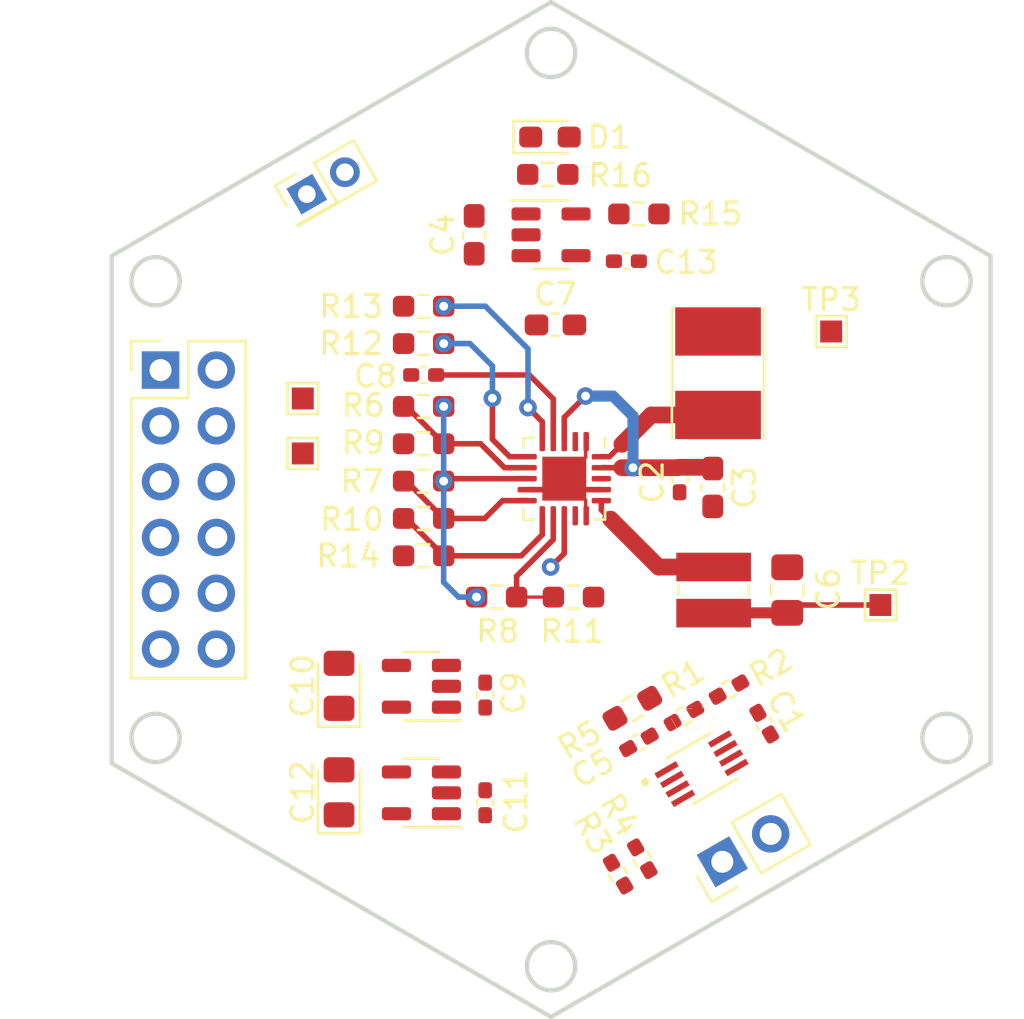
<source format=kicad_pcb>
(kicad_pcb (version 20211014) (generator pcbnew)
  (layers (0 "F.Cu" signal) (31 "B.Cu" signal) (34 "B.Paste" user) (35 "F.Paste" user) (36 "B.SilkS" user "B.Silkscreen") (37 "F.SilkS" user "F.Silkscreen") (38 "B.Mask" user) (39 "F.Mask" user) (44 "Edge.Cuts" user))
  (net 0 "")
  (net 1 "Net-(C1-Pad1)")
  (net 2 "Net-(C1-Pad2)")
  (net 3 "Net-(C2-Pad1)")
  (net 4 "GND")
  (net 5 "/VBAT")
  (net 6 "Net-(C5-Pad1)")
  (net 7 "Net-(C6-Pad1)")
  (net 8 "/SC")
  (net 9 "Net-(C8-Pad1)")
  (net 10 "+3V3")
  (net 11 "+1V8")
  (net 12 "+5V")
  (net 13 "Net-(D1-Pad1)")
  (net 14 "/PWR_EN")
  (net 15 "Net-(IC1-Pad6)")
  (net 17 "/~{EN}")
  (net 18 "/VBAT_OK")
  (net 19 "Net-(R6-Pad1)")
  (net 20 "Net-(R6-Pad2)")
  (net 21 "Net-(R10-Pad2)")
  (net 22 "Net-(R11-Pad2)")
  (net 23 "Net-(R10-Pad1)")
  (net 24 "/VOUT_EN")
  (net 25 "Net-(R15-Pad2)")
  (net 26 "Net-(R16-Pad1)")
  (net 28 "Net-(L1-Pad1)")
  (net 29 "Net-(L2-Pad2)")
  (footprint "Capacitor_SMD:C_0402_1005Metric_Pad0.74x0.62mm_HandSolder" (layer "F.Cu") (at 151 106 30)
    (fp_text reference "C5" (at -2.418653 -0.01077 30) (layer "F.SilkS"))
    (fp_text value "1uF")
    (fp_line (start -0.115835 -0.36) (end 0.115835 -0.36) (layer "F.SilkS") (width 0.12))
    (fp_line (start -0.115835 0.36) (end 0.115835 0.36) (layer "F.SilkS") (width 0.12))
    (pad "1" smd roundrect (at -0.5675 0 30) (size 0.735 0.62) (layers "F.Cu" "F.Paste" "F.Mask") (net 6 "Net-(C5-Pad1)"))
    (pad "2" smd roundrect (at 0.5675 0 30) (size 0.735 0.62) (layers "F.Cu" "F.Paste" "F.Mask") (net 4 "GND"))
  )
  (footprint "Resistor_SMD:R_0402_1005Metric_Pad0.72x0.64mm_HandSolder" (layer "F.Cu") (at 150.05 112 120)
    (fp_text reference "R3" (at 2.2 -0.05 120) (layer "F.SilkS"))
    (fp_text value "NC")
    (fp_line (start -0.167621 -0.38) (end 0.167621 -0.38) (layer "F.SilkS") (width 0.12))
    (fp_line (start -0.167621 0.38) (end 0.167621 0.38) (layer "F.SilkS") (width 0.12))
    (pad "1" smd roundrect (at -0.5975 0 120) (size 0.715 0.64) (layers "F.Cu" "F.Paste" "F.Mask") (net 4 "GND"))
    (pad "2" smd roundrect (at 0.5975 0 120) (size 0.715 0.64) (layers "F.Cu" "F.Paste" "F.Mask") (net 14 "/PWR_EN"))
  )
  (footprint "Resistor_SMD:R_0603_1608Metric_Pad0.98x0.95mm_HandSolder" (layer "F.Cu") (at 151 81.95 180)
    (fp_text reference "R15" (at -3.25 0) (layer "F.SilkS"))
    (fp_text value "1k")
    (fp_line (start -0.254724 -0.5225) (end 0.254724 -0.5225) (layer "F.SilkS") (width 0.12))
    (fp_line (start -0.254724 0.5225) (end 0.254724 0.5225) (layer "F.SilkS") (width 0.12))
    (pad "1" smd roundrect (at -0.9125 0 180) (size 0.975 0.95) (layers "F.Cu" "F.Paste" "F.Mask") (net 4 "GND"))
    (pad "2" smd roundrect (at 0.9125 0 180) (size 0.975 0.95) (layers "F.Cu" "F.Paste" "F.Mask") (net 25 "Net-(R15-Pad2)"))
  )
  (footprint "Capacitor_SMD:C_0603_1608Metric_Pad1.08x0.95mm_HandSolder" (layer "F.Cu") (at 143.5 82.9 90)
    (fp_text reference "C4" (at 0 -1.43 90) (layer "F.SilkS"))
    (fp_text value "4.7uF")
    (fp_line (start -0.146267 -0.51) (end 0.146267 -0.51) (layer "F.SilkS") (width 0.12))
    (fp_line (start -0.146267 0.51) (end 0.146267 0.51) (layer "F.SilkS") (width 0.12))
    (pad "1" smd roundrect (at -0.8625 0 90) (size 1.075 0.95) (layers "F.Cu" "F.Paste" "F.Mask") (net 5 "/VBAT"))
    (pad "2" smd roundrect (at 0.8625 0 90) (size 1.075 0.95) (layers "F.Cu" "F.Paste" "F.Mask") (net 4 "GND"))
  )
  (footprint "Package_TO_SOT_SMD:SOT-23-5" (layer "F.Cu") (at 141.1 103.45 180)
    (fp_text reference "U1" hide)
    (fp_text value "AP2112K-3.3")
    (fp_line (start 0 1.56) (end -0.8 1.56) (layer "F.SilkS") (width 0.12))
    (fp_line (start 0 -1.56) (end 0.8 -1.56) (layer "F.SilkS") (width 0.12))
    (fp_line (start 0 -1.56) (end -1.8 -1.56) (layer "F.SilkS") (width 0.12))
    (fp_line (start 0 1.56) (end 0.8 1.56) (layer "F.SilkS") (width 0.12))
    (pad "1" smd roundrect (at -1.1375 -0.95 180) (size 1.325 0.6) (layers "F.Cu" "F.Paste" "F.Mask") (net 5 "/VBAT"))
    (pad "2" smd roundrect (at -1.1375 0 180) (size 1.325 0.6) (layers "F.Cu" "F.Paste" "F.Mask") (net 4 "GND"))
    (pad "3" smd roundrect (at -1.1375 0.95 180) (size 1.325 0.6) (layers "F.Cu" "F.Paste" "F.Mask") (net 14 "/PWR_EN"))
    (pad "4" smd roundrect (at 1.1375 0.95 180) (size 1.325 0.6) (layers "F.Cu" "F.Paste" "F.Mask"))
    (pad "5" smd roundrect (at 1.1375 -0.95 180) (size 1.325 0.6) (layers "F.Cu" "F.Paste" "F.Mask") (net 10 "+3V3"))
  )
  (footprint "Capacitor_SMD:C_0402_1005Metric_Pad0.74x0.62mm_HandSolder" (layer "F.Cu") (at 150.43 84.1)
    (fp_text reference "C13" (at 2.72 0.05) (layer "F.SilkS"))
    (fp_text value "0.1uF")
    (fp_line (start -0.115835 0.36) (end 0.115835 0.36) (layer "F.SilkS") (width 0.12))
    (fp_line (start -0.115835 -0.36) (end 0.115835 -0.36) (layer "F.SilkS") (width 0.12))
    (pad "1" smd roundrect (at -0.5675 0) (size 0.735 0.62) (layers "F.Cu" "F.Paste" "F.Mask") (net 12 "+5V"))
    (pad "2" smd roundrect (at 0.5675 0) (size 0.735 0.62) (layers "F.Cu" "F.Paste" "F.Mask") (net 4 "GND"))
  )
  (footprint "TestPoint:TestPoint_Pad_1.0x1.0mm" (layer "F.Cu") (at 135.7 90.35)
    (fp_text reference "TP1" hide)
    (fp_text value "TestPoint_Alt")
    (fp_line (start -0.7 0.7) (end -0.7 -0.7) (layer "F.SilkS") (width 0.12))
    (fp_line (start -0.7 -0.7) (end 0.7 -0.7) (layer "F.SilkS") (width 0.12))
    (fp_line (start 0.7 -0.7) (end 0.7 0.7) (layer "F.SilkS") (width 0.12))
    (fp_line (start 0.7 0.7) (end -0.7 0.7) (layer "F.SilkS") (width 0.12))
    (pad "1" smd rect (at 0 0) (size 1 1) (layers "F.Cu" "F.Mask") (net 5 "/VBAT"))
  )
  (footprint "Resistor_SMD:R_0603_1608Metric_Pad0.98x0.95mm_HandSolder" (layer "F.Cu") (at 141.2 86.15)
    (fp_text reference "R13" (at -3.3 0) (layer "F.SilkS"))
    (fp_text value "10k")
    (fp_line (start -0.254724 0.5225) (end 0.254724 0.5225) (layer "F.SilkS") (width 0.12))
    (fp_line (start -0.254724 -0.5225) (end 0.254724 -0.5225) (layer "F.SilkS") (width 0.12))
    (pad "1" smd roundrect (at -0.9125 0) (size 0.975 0.95) (layers "F.Cu" "F.Paste" "F.Mask") (net 4 "GND"))
    (pad "2" smd roundrect (at 0.9125 0) (size 0.975 0.95) (layers "F.Cu" "F.Paste" "F.Mask") (net 17 "/~{EN}"))
  )
  (footprint "Resistor_SMD:R_0603_1608Metric_Pad0.98x0.95mm_HandSolder" (layer "F.Cu") (at 146.85 80.15)
    (fp_text reference "R16" (at 3.3 0.05) (layer "F.SilkS"))
    (fp_text value "100")
    (fp_line (start -0.254724 -0.5225) (end 0.254724 -0.5225) (layer "F.SilkS") (width 0.12))
    (fp_line (start -0.254724 0.5225) (end 0.254724 0.5225) (layer "F.SilkS") (width 0.12))
    (pad "1" smd roundrect (at -0.9125 0) (size 0.975 0.95) (layers "F.Cu" "F.Paste" "F.Mask") (net 26 "Net-(R16-Pad1)"))
    (pad "2" smd roundrect (at 0.9125 0) (size 0.975 0.95) (layers "F.Cu" "F.Paste" "F.Mask") (net 13 "Net-(D1-Pad1)"))
  )
  (footprint "Capacitor_SMD:C_0402_1005Metric_Pad0.74x0.62mm_HandSolder" (layer "F.Cu") (at 156.7 105.15 -60)
    (fp_text reference "C1" (at 0 -1.16 120) (layer "F.SilkS"))
    (fp_text value "1uF")
    (fp_line (start -0.115835 0.36) (end 0.115835 0.36) (layer "F.SilkS") (width 0.12))
    (fp_line (start -0.115835 -0.36) (end 0.115835 -0.36) (layer "F.SilkS") (width 0.12))
    (pad "1" smd roundrect (at -0.5675 0 300) (size 0.735 0.62) (layers "F.Cu" "F.Paste" "F.Mask") (net 1 "Net-(C1-Pad1)"))
    (pad "2" smd roundrect (at 0.5675 0 300) (size 0.735 0.62) (layers "F.Cu" "F.Paste" "F.Mask") (net 2 "Net-(C1-Pad2)"))
  )
  (footprint "Resistor_SMD:R_0603_1608Metric_Pad0.98x0.95mm_HandSolder" (layer "F.Cu") (at 141.2 87.85)
    (fp_text reference "R12" (at -3.3 0) (layer "F.SilkS"))
    (fp_text value "10k")
    (fp_line (start -0.254724 -0.5225) (end 0.254724 -0.5225) (layer "F.SilkS") (width 0.12))
    (fp_line (start -0.254724 0.5225) (end 0.254724 0.5225) (layer "F.SilkS") (width 0.12))
    (pad "1" smd roundrect (at -0.9125 0) (size 0.975 0.95) (layers "F.Cu" "F.Paste" "F.Mask") (net 4 "GND"))
    (pad "2" smd roundrect (at 0.9125 0) (size 0.975 0.95) (layers "F.Cu" "F.Paste" "F.Mask") (net 24 "/VOUT_EN"))
  )
  (footprint "Inductor_SMD:L_Taiyo-Yuden_NR-40xx_HandSoldering" (layer "F.Cu") (at 154.6 89.2 -90)
    (fp_text reference "L2" hide)
    (fp_text value "22uH")
    (fp_line (start -3 -2.1) (end 3 -2.1) (layer "F.SilkS") (width 0.12))
    (fp_line (start -3 2.1) (end 3 2.1) (layer "F.SilkS") (width 0.12))
    (pad "1" smd rect (at -1.9 0 270) (size 2.2 3.9) (layers "F.Cu" "F.Paste" "F.Mask") (net 8 "/SC"))
    (pad "2" smd rect (at 1.9 0 270) (size 2.2 3.9) (layers "F.Cu" "F.Paste" "F.Mask") (net 29 "Net-(L2-Pad2)"))
  )
  (footprint "Resistor_SMD:R_0603_1608Metric_Pad0.98x0.95mm_HandSolder" (layer "F.Cu") (at 148.02 99.39 180)
    (fp_text reference "R11" (at 0.05 -1.55) (layer "F.SilkS"))
    (fp_text value "1k")
    (fp_line (start -0.254724 0.5225) (end 0.254724 0.5225) (layer "F.SilkS") (width 0.12))
    (fp_line (start -0.254724 -0.5225) (end 0.254724 -0.5225) (layer "F.SilkS") (width 0.12))
    (pad "1" smd roundrect (at -0.9125 0 180) (size 0.975 0.95) (layers "F.Cu" "F.Paste" "F.Mask") (net 4 "GND"))
    (pad "2" smd roundrect (at 0.9125 0 180) (size 0.975 0.95) (layers "F.Cu" "F.Paste" "F.Mask") (net 22 "Net-(R11-Pad2)"))
  )
  (footprint "Resistor_SMD:R_0603_1608Metric_Pad0.98x0.95mm_HandSolder" (layer "F.Cu") (at 150.7 104.45 30)
    (fp_text reference "R5" (at -2.803461 0.055737 30) (layer "F.SilkS"))
    (fp_text value "1M")
    (fp_line (start -0.254724 -0.5225) (end 0.254724 -0.5225) (layer "F.SilkS") (width 0.12))
    (fp_line (start -0.254724 0.5225) (end 0.254724 0.5225) (layer "F.SilkS") (width 0.12))
    (pad "1" smd roundrect (at -0.9125 0 30) (size 0.975 0.95) (layers "F.Cu" "F.Paste" "F.Mask") (net 6 "Net-(C5-Pad1)"))
    (pad "2" smd roundrect (at 0.9125 0 30) (size 0.975 0.95) (layers "F.Cu" "F.Paste" "F.Mask") (net 1 "Net-(C1-Pad1)"))
  )
  (footprint "Capacitor_SMD:C_0402_1005Metric_Pad0.74x0.62mm_HandSolder" (layer "F.Cu") (at 144 108.75 90)
    (fp_text reference "C11" (at 0.05 1.4 90) (layer "F.SilkS"))
    (fp_text value "0.1uF")
    (fp_line (start -0.115835 -0.36) (end 0.115835 -0.36) (layer "F.SilkS") (width 0.12))
    (fp_line (start -0.115835 0.36) (end 0.115835 0.36) (layer "F.SilkS") (width 0.12))
    (pad "1" smd roundrect (at -0.5675 0 90) (size 0.735 0.62) (layers "F.Cu" "F.Paste" "F.Mask") (net 5 "/VBAT"))
    (pad "2" smd roundrect (at 0.5675 0 90) (size 0.735 0.62) (layers "F.Cu" "F.Paste" "F.Mask") (net 4 "GND"))
  )
  (footprint "Package_DFN_QFN:QFN-20-1EP_3.5x3.5mm_P0.5mm_EP2x2mm" (layer "F.Cu") (at 147.6 94 -90)
    (fp_text reference "U2" hide)
    (fp_text value "BQ25570")
    (fp_line (start 1.86 -1.86) (end 1.86 -1.385) (layer "F.SilkS") (width 0.12))
    (fp_line (start -1.86 1.86) (end -1.86 1.385) (layer "F.SilkS") (width 0.12))
    (fp_line (start 1.385 1.86) (end 1.86 1.86) (layer "F.SilkS") (width 0.12))
    (fp_line (start -1.385 -1.86) (end -1.86 -1.86) (layer "F.SilkS") (width 0.12))
    (fp_line (start 1.385 -1.86) (end 1.86 -1.86) (layer "F.SilkS") (width 0.12))
    (fp_line (start 1.86 1.86) (end 1.86 1.385) (layer "F.SilkS") (width 0.12))
    (fp_line (start -1.385 1.86) (end -1.86 1.86) (layer "F.SilkS") (width 0.12))
    (pad "1" smd roundrect (at -1.6875 -1 270) (size 0.875 0.25) (layers "F.Cu" "F.Paste" "F.Mask") (net 4 "GND"))
    (pad "2" smd roundrect (at -1.6875 -0.5 270) (size 0.875 0.25) (layers "F.Cu" "F.Paste" "F.Mask") (net 8 "/SC"))
    (pad "3" smd roundrect (at -1.6875 0 270) (size 0.875 0.25) (layers "F.Cu" "F.Paste" "F.Mask") (net 3 "Net-(C2-Pad1)"))
    (pad "4" smd roundrect (at -1.6875 0.5 270) (size 0.875 0.25) (layers "F.Cu" "F.Paste" "F.Mask") (net 9 "Net-(C8-Pad1)"))
    (pad "5" smd roundrect (at -1.6875 1 270) (size 0.875 0.25) (layers "F.Cu" "F.Paste" "F.Mask") (net 17 "/~{EN}"))
    (pad "6" smd roundrect (at -1 1.6875 270) (size 0.25 0.875) (layers "F.Cu" "F.Paste" "F.Mask") (net 24 "/VOUT_EN"))
    (pad "7" smd roundrect (at -0.5 1.6875 270) (size 0.25 0.875) (layers "F.Cu" "F.Paste" "F.Mask") (net 19 "Net-(R6-Pad1)"))
    (pad "8" smd roundrect (at 0 1.6875 270) (size 0.25 0.875) (layers "F.Cu" "F.Paste" "F.Mask") (net 20 "Net-(R6-Pad2)"))
    (pad "9" smd roundrect (at 0.5 1.6875 270) (size 0.25 0.875) (layers "F.Cu" "F.Paste" "F.Mask") (net 4 "GND"))
    (pad "10" smd roundrect (at 1 1.6875 270) (size 0.25 0.875) (layers "F.Cu" "F.Paste" "F.Mask") (net 21 "Net-(R10-Pad2)"))
    (pad "11" smd roundrect (at 1.6875 1 270) (size 0.875 0.25) (layers "F.Cu" "F.Paste" "F.Mask") (net 23 "Net-(R10-Pad1)"))
    (pad "12" smd roundrect (at 1.6875 0.5 270) (size 0.875 0.25) (layers "F.Cu" "F.Paste" "F.Mask") (net 22 "Net-(R11-Pad2)"))
    (pad "13" smd roundrect (at 1.6875 0 270) (size 0.875 0.25) (layers "F.Cu" "F.Paste" "F.Mask") (net 18 "/VBAT_OK"))
    (pad "14" smd roundrect (at 1.6875 -0.5 270) (size 0.875 0.25) (layers "F.Cu" "F.Paste" "F.Mask") (net 7 "Net-(C6-Pad1)"))
    (pad "15" smd roundrect (at 1.6875 -1 270) (size 0.875 0.25) (layers "F.Cu" "F.Paste" "F.Mask") (net 4 "GND"))
    (pad "16" smd roundrect (at 1 -1.6875 270) (size 0.25 0.875) (layers "F.Cu" "F.Paste" "F.Mask") (net 28 "Net-(L1-Pad1)"))
    (pad "17" smd roundrect (at 0.5 -1.6875 270) (size 0.25 0.875) (layers "F.Cu" "F.Paste" "F.Mask") (net 4 "GND"))
    (pad "18" smd roundrect (at 0 -1.6875 270) (size 0.25 0.875) (layers "F.Cu" "F.Paste" "F.Mask") (net 5 "/VBAT"))
    (pad "19" smd roundrect (at -0.5 -1.6875 270) (size 0.25 0.875) (layers "F.Cu" "F.Paste" "F.Mask") (net 3 "Net-(C2-Pad1)"))
    (pad "20" smd roundrect (at -1 -1.6875 270) (size 0.25 0.875) (layers "F.Cu" "F.Paste" "F.Mask") (net 29 "Net-(L2-Pad2)"))
    (pad "21" smd rect (at 0 0 270) (size 2 2) (layers "F.Cu" "F.Mask") (net 4 "GND"))
  )
  (footprint "Capacitor_SMD:C_0603_1608Metric_Pad1.08x0.95mm_HandSolder" (layer "F.Cu") (at 154.36 94.4 -90)
    (fp_text reference "C3" (at 0 -1.43 -90) (layer "F.SilkS"))
    (fp_text value "4.7uF")
    (fp_line (start -0.146267 0.51) (end 0.146267 0.51) (layer "F.SilkS") (width 0.12))
    (fp_line (start -0.146267 -0.51) (end 0.146267 -0.51) (layer "F.SilkS") (width 0.12))
    (pad "1" smd roundrect (at -0.8625 0 270) (size 1.075 0.95) (layers "F.Cu" "F.Paste" "F.Mask") (net 3 "Net-(C2-Pad1)"))
    (pad "2" smd roundrect (at 0.8625 0 270) (size 1.075 0.95) (layers "F.Cu" "F.Paste" "F.Mask") (net 4 "GND"))
  )
  (footprint "Resistor_SMD:R_0603_1608Metric_Pad0.98x0.95mm_HandSolder" (layer "F.Cu") (at 141.2 95.81)
    (fp_text reference "R10" (at -3.27 0.04) (layer "F.SilkS"))
    (fp_text value "1k")
    (fp_line (start -0.254724 0.5225) (end 0.254724 0.5225) (layer "F.SilkS") (width 0.12))
    (fp_line (start -0.254724 -0.5225) (end 0.254724 -0.5225) (layer "F.SilkS") (width 0.12))
    (pad "1" smd roundrect (at -0.9125 0) (size 0.975 0.95) (layers "F.Cu" "F.Paste" "F.Mask") (net 23 "Net-(R10-Pad1)"))
    (pad "2" smd roundrect (at 0.9125 0) (size 0.975 0.95) (layers "F.Cu" "F.Paste" "F.Mask") (net 21 "Net-(R10-Pad2)"))
  )
  (footprint "Resistor_SMD:R_0402_1005Metric_Pad0.72x0.64mm_HandSolder" (layer "F.Cu") (at 153.05 104.8 30)
    (fp_text reference "R1" (at 0.806699 -1.497243 30) (layer "F.SilkS"))
    (fp_text value "100k")
    (fp_line (start -0.167621 0.38) (end 0.167621 0.38) (layer "F.SilkS") (width 0.12))
    (fp_line (start -0.167621 -0.38) (end 0.167621 -0.38) (layer "F.SilkS") (width 0.12))
    (pad "1" smd roundrect (at -0.5975 0 30) (size 0.715 0.64) (layers "F.Cu" "F.Paste" "F.Mask") (net 1 "Net-(C1-Pad1)"))
    (pad "2" smd roundrect (at 0.5975 0 30) (size 0.715 0.64) (layers "F.Cu" "F.Paste" "F.Mask") (net 5 "/VBAT"))
  )
  (footprint "LED_SMD:LED_0805_2012Metric_Pad1.15x1.40mm_HandSolder" (layer "F.Cu") (at 137.35 103.4275 90)
    (fp_text reference "C10" (at 0 -1.65 90) (layer "F.SilkS"))
    (fp_text value "47uF")
    (fp_line (start 1 -0.96) (end -1.86 -0.96) (layer "F.SilkS") (width 0.12))
    (fp_line (start -1.86 -0.96) (end -1.86 0.96) (layer "F.SilkS") (width 0.12))
    (fp_line (start -1.86 0.96) (end 1 0.96) (layer "F.SilkS") (width 0.12))
    (pad "1" smd roundrect (at -1.025 0 90) (size 1.15 1.4) (layers "F.Cu" "F.Paste" "F.Mask") (roundrect_rratio 0.217391) (net 10 "+3V3"))
    (pad "2" smd roundrect (at 1.025 0 90) (size 1.15 1.4) (layers "F.Cu" "F.Paste" "F.Mask") (roundrect_rratio 0.217391) (net 4 "GND"))
  )
  (footprint "Resistor_SMD:R_0603_1608Metric_Pad0.98x0.95mm_HandSolder" (layer "F.Cu") (at 141.2 97.51)
    (fp_text reference "R14" (at -3.43 0.01) (layer "F.SilkS"))
    (fp_text value "1k")
    (fp_line (start -0.254724 0.5225) (end 0.254724 0.5225) (layer "F.SilkS") (width 0.12))
    (fp_line (start -0.254724 -0.5225) (end 0.254724 -0.5225) (layer "F.SilkS") (width 0.12))
    (pad "1" smd roundrect (at -0.9125 0) (size 0.975 0.95) (layers "F.Cu" "F.Paste" "F.Mask") (net 4 "GND"))
    (pad "2" smd roundrect (at 0.9125 0) (size 0.975 0.95) (layers "F.Cu" "F.Paste" "F.Mask") (net 23 "Net-(R10-Pad1)"))
  )
  (footprint "Inductor_SMD:L_Wuerth_MAPI-3015" (layer "F.Cu") (at 154.4 99.07 -90)
    (fp_text reference "L1" hide)
    (fp_text value "4.7uH")
    (fp_line (start -0.2 1.6) (end 0.2 1.6) (layer "F.SilkS") (width 0.12))
    (fp_line (start -0.2 -1.6) (end 0.2 -1.6) (layer "F.SilkS") (width 0.12))
    (pad "1" smd rect (at -1.05 0 270) (size 1.3 3.4) (layers "F.Cu" "F.Paste" "F.Mask") (net 28 "Net-(L1-Pad1)"))
    (pad "2" smd rect (at 1.05 0 270) (size 1.3 3.4) (layers "F.Cu" "F.Paste" "F.Mask") (net 7 "Net-(C6-Pad1)"))
  )
  (footprint "Capacitor_SMD:C_0402_1005Metric_Pad0.74x0.62mm_HandSolder" (layer "F.Cu") (at 152.85 94.05 -90)
    (fp_text reference "C2" (at 0.11 1.25 -90) (layer "F.SilkS"))
    (fp_text value "0.1uF")
    (fp_line (start -0.115835 0.36) (end 0.115835 0.36) (layer "F.SilkS") (width 0.12))
    (fp_line (start -0.115835 -0.36) (end 0.115835 -0.36) (layer "F.SilkS") (width 0.12))
    (pad "1" smd roundrect (at -0.5675 0 270) (size 0.735 0.62) (layers "F.Cu" "F.Paste" "F.Mask") (net 3 "Net-(C2-Pad1)"))
    (pad "2" smd roundrect (at 0.5675 0 270) (size 0.735 0.62) (layers "F.Cu" "F.Paste" "F.Mask") (net 4 "GND"))
  )
  (footprint "Package_TO_SOT_SMD:SOT-23-5" (layer "F.Cu") (at 147 82.9)
    (fp_text reference "U4" hide)
    (fp_text value "MCP73831-2-OT")
    (fp_line (start 0 1.56) (end -0.8 1.56) (layer "F.SilkS") (width 0.12))
    (fp_line (start 0 -1.56) (end 0.8 -1.56) (layer "F.SilkS") (width 0.12))
    (fp_line (start 0 1.56) (end 0.8 1.56) (layer "F.SilkS") (width 0.12))
    (fp_line (start 0 -1.56) (end -1.8 -1.56) (layer "F.SilkS") (width 0.12))
    (pad "1" smd roundrect (at -1.1375 -0.95) (size 1.325 0.6) (layers "F.Cu" "F.Paste" "F.Mask") (net 26 "Net-(R16-Pad1)"))
    (pad "2" smd roundrect (at -1.1375 0) (size 1.325 0.6) (layers "F.Cu" "F.Paste" "F.Mask") (net 4 "GND"))
    (pad "3" smd roundrect (at -1.1375 0.95) (size 1.325 0.6) (layers "F.Cu" "F.Paste" "F.Mask") (net 5 "/VBAT"))
    (pad "4" smd roundrect (at 1.1375 0.95) (size 1.325 0.6) (layers "F.Cu" "F.Paste" "F.Mask") (net 12 "+5V"))
    (pad "5" smd roundrect (at 1.1375 -0.95) (size 1.325 0.6) (layers "F.Cu" "F.Paste" "F.Mask") (net 25 "Net-(R15-Pad2)"))
  )
  (footprint "LED_SMD:LED_0603_1608Metric_Pad1.05x0.95mm_HandSolder" (layer "F.Cu") (at 146.95 78.45)
    (fp_text reference "D1" (at 2.7 0) (layer "F.SilkS"))
    (fp_text value "RED")
    (fp_line (start -1.66 0.735) (end 0.8 0.735) (layer "F.SilkS") (width 0.12))
    (fp_line (start -1.66 -0.735) (end -1.66 0.735) (layer "F.SilkS") (width 0.12))
    (fp_line (start 0.8 -0.735) (end -1.66 -0.735) (layer "F.SilkS") (width 0.12))
    (pad "1" smd roundrect (at -0.875 0) (size 1.05 0.95) (layers "F.Cu" "F.Paste" "F.Mask") (net 13 "Net-(D1-Pad1)"))
    (pad "2" smd roundrect (at 0.875 0) (size 1.05 0.95) (layers "F.Cu" "F.Paste" "F.Mask") (net 12 "+5V"))
  )
  (footprint "Resistor_SMD:R_0603_1608Metric_Pad0.98x0.95mm_HandSolder" (layer "F.Cu") (at 141.2 92.41)
    (fp_text reference "R9" (at -2.75 -0.05) (layer "F.SilkS"))
    (fp_text value "1k")
    (fp_line (start -0.254724 -0.5225) (end 0.254724 -0.5225) (layer "F.SilkS") (width 0.12))
    (fp_line (start -0.254724 0.5225) (end 0.254724 0.5225) (layer "F.SilkS") (width 0.12))
    (pad "1" smd roundrect (at -0.9125 0) (size 0.975 0.95) (layers "F.Cu" "F.Paste" "F.Mask") (net 4 "GND"))
    (pad "2" smd roundrect (at 0.9125 0) (size 0.975 0.95) (layers "F.Cu" "F.Paste" "F.Mask") (net 19 "Net-(R6-Pad1)"))
  )
  (footprint "Capacitor_SMD:C_0402_1005Metric_Pad0.74x0.62mm_HandSolder" (layer "F.Cu") (at 144 103.85 90)
    (fp_text reference "C9" (at 0.1 1.3 90) (layer "F.SilkS"))
    (fp_text value "0.1uF")
    (fp_line (start -0.115835 -0.36) (end 0.115835 -0.36) (layer "F.SilkS") (width 0.12))
    (fp_line (start -0.115835 0.36) (end 0.115835 0.36) (layer "F.SilkS") (width 0.12))
    (pad "1" smd roundrect (at -0.5675 0 90) (size 0.735 0.62) (layers "F.Cu" "F.Paste" "F.Mask") (net 5 "/VBAT"))
    (pad "2" smd roundrect (at 0.5675 0 90) (size 0.735 0.62) (layers "F.Cu" "F.Paste" "F.Mask") (net 4 "GND"))
  )
  (footprint "TestPoint:TestPoint_Pad_1.0x1.0mm" (layer "F.Cu") (at 159.75 87.3)
    (fp_text reference "TP3" (at 0 -1.448) (layer "F.SilkS"))
    (fp_text value "TestPoint_Alt")
    (fp_line (start -0.7 -0.7) (end 0.7 -0.7) (layer "F.SilkS") (width 0.12))
    (fp_line (start -0.7 0.7) (end -0.7 -0.7) (layer "F.SilkS") (width 0.12))
    (fp_line (start 0.7 0.7) (end -0.7 0.7) (layer "F.SilkS") (width 0.12))
    (fp_line (start 0.7 -0.7) (end 0.7 0.7) (layer "F.SilkS") (width 0.12))
    (pad "1" smd rect (at 0 0) (size 1 1) (layers "F.Cu" "F.Mask") (net 8 "/SC"))
  )
  (footprint "Capacitor_SMD:C_0805_2012Metric_Pad1.18x1.45mm_HandSolder" (layer "F.Cu") (at 157.75 99.07 90)
    (fp_text reference "C6" (at 0.04 1.87 90) (layer "F.SilkS"))
    (fp_text value "22uF")
    (fp_line (start -0.261252 0.735) (end 0.261252 0.735) (layer "F.SilkS") (width 0.12))
    (fp_line (start -0.261252 -0.735) (end 0.261252 -0.735) (layer "F.SilkS") (width 0.12))
    (pad "1" smd roundrect (at -1.0375 0 90) (size 1.175 1.45) (layers "F.Cu" "F.Paste" "F.Mask") (roundrect_rratio 0.212766) (net 7 "Net-(C6-Pad1)"))
    (pad "2" smd roundrect (at 1.0375 0 90) (size 1.175 1.45) (layers "F.Cu" "F.Paste" "F.Mask") (roundrect_rratio 0.212766) (net 4 "GND"))
  )
  (footprint "LED_SMD:LED_0805_2012Metric_Pad1.15x1.40mm_HandSolder" (layer "F.Cu") (at 137.35 108.2775 90)
    (fp_text reference "C12" (at 0 -1.65 90) (layer "F.SilkS"))
    (fp_text value "47uF")
    (fp_line (start 1 -0.96) (end -1.86 -0.96) (layer "F.SilkS") (width 0.12))
    (fp_line (start -1.86 0.96) (end 1 0.96) (layer "F.SilkS") (width 0.12))
    (fp_line (start -1.86 -0.96) (end -1.86 0.96) (layer "F.SilkS") (width 0.12))
    (pad "1" smd roundrect (at -1.025 0 90) (size 1.15 1.4) (layers "F.Cu" "F.Paste" "F.Mask") (roundrect_rratio 0.217391) (net 11 "+1V8"))
    (pad "2" smd roundrect (at 1.025 0 90) (size 1.15 1.4) (layers "F.Cu" "F.Paste" "F.Mask") (roundrect_rratio 0.217391) (net 4 "GND"))
  )
  (footprint "TestPoint:TestPoint_Pad_1.0x1.0mm" (layer "F.Cu") (at 135.7 92.85)
    (fp_text reference "TP4" hide)
    (fp_text value "TestPoint_Alt")
    (fp_line (start 0.7 -0.7) (end 0.7 0.7) (layer "F.SilkS") (width 0.12))
    (fp_line (start 0.7 0.7) (end -0.7 0.7) (layer "F.SilkS") (width 0.12))
    (fp_line (start -0.7 -0.7) (end 0.7 -0.7) (layer "F.SilkS") (width 0.12))
    (fp_line (start -0.7 0.7) (end -0.7 -0.7) (layer "F.SilkS") (width 0.12))
    (pad "1" smd rect (at 0 0) (size 1 1) (layers "F.Cu" "F.Mask") (net 12 "+5V"))
  )
  (footprint "Connector_PinHeader_2.00mm:PinHeader_2x01_P2.00mm_Vertical" (layer "F.Cu") (at 135.883975 81.05 30)
    (fp_text reference "J3" hide)
    (fp_text value "Battery")
    (fp_line (start -1.06 0) (end -1.06 -1.06) (layer "F.SilkS") (width 0.12))
    (fp_line (start 1 1) (end 1 -1.06) (layer "F.SilkS") (width 0.12))
    (fp_line (start -1.06 1) (end 1 1) (layer "F.SilkS") (width 0.12))
    (fp_line (start -1.06 -1.06) (end 0 -1.06) (layer "F.SilkS") (width 0.12))
    (fp_line (start -1.06 1) (end -1.06 1.06) (layer "F.SilkS") (width 0.12))
    (fp_line (start -1.06 1.06) (end 3.06 1.06) (layer "F.SilkS") (width 0.12))
    (fp_line (start 3.06 -1.06) (end 3.06 1.06) (layer "F.SilkS") (width 0.12))
    (fp_line (start 1 -1.06) (end 3.06 -1.06) (layer "F.SilkS") (width 0.12))
    (pad "1" thru_hole rect (at 0 0 30) (size 1.35 1.35) (drill 0.8) (layers *.Cu *.Mask) (net 5 "/VBAT"))
    (pad "2" thru_hole oval (at 2 0 30) (size 1.35 1.35) (drill 0.8) (layers *.Cu *.Mask) (net 4 "GND"))
  )
  (footprint "Connector_PinHeader_2.54mm:PinHeader_1x02_P2.54mm_Vertical" (layer "F.Cu") (at 154.795818 111.4375 120)
    (fp_text reference "J1" hide)
    (fp_text value "switch")
    (fp_line (start -1.33 3.87) (end 1.33 3.87) (layer "F.SilkS") (width 0.12))
    (fp_line (start -1.33 1.27) (end -1.33 3.87) (layer "F.SilkS") (width 0.12))
    (fp_line (start -1.33 1.27) (end 1.33 1.27) (layer "F.SilkS") (width 0.12))
    (fp_line (start -1.33 0) (end -1.33 -1.33) (layer "F.SilkS") (width 0.12))
    (fp_line (start -1.33 -1.33) (end 0 -1.33) (layer "F.SilkS") (width 0.12))
    (fp_line (start 1.33 1.27) (end 1.33 3.87) (layer "F.SilkS") (width 0.12))
    (pad "1" thru_hole rect (at 0 0 120) (size 1.7 1.7) (drill 1) (layers *.Cu *.Mask) (net 1 "Net-(C1-Pad1)"))
    (pad "2" thru_hole oval (at 0 2.54 120) (size 1.7 1.7) (drill 1) (layers *.Cu *.Mask) (net 4 "GND"))
  )
  (footprint "Resistor_SMD:R_0402_1005Metric_Pad0.72x0.64mm_HandSolder" (layer "F.Cu") (at 155.1 103.6 -150)
    (fp_text reference "R2" (at -2.145448 -0.083975 30) (layer "F.SilkS"))
    (fp_text value "100k")
    (fp_line (start -0.167621 -0.38) (end 0.167621 -0.38) (layer "F.SilkS") (width 0.12))
    (fp_line (start -0.167621 0.38) (end 0.167621 0.38) (layer "F.SilkS") (width 0.12))
    (pad "1" smd roundrect (at -0.5975 0 210) (size 0.715 0.64) (layers "F.Cu" "F.Paste" "F.Mask") (net 2 "Net-(C1-Pad2)"))
    (pad "2" smd roundrect (at 0.5975 0 210) (size 0.715 0.64) (layers "F.Cu" "F.Paste" "F.Mask") (net 5 "/VBAT"))
  )
  (footprint "Resistor_SMD:R_0402_1005Metric_Pad0.72x0.64mm_HandSolder" (layer "F.Cu") (at 151.15 111.3 120)
    (fp_text reference "R4" (at 2.25 0.1 120) (layer "F.SilkS"))
    (fp_text value "NC")
    (fp_line (start -0.167621 0.38) (end 0.167621 0.38) (layer "F.SilkS") (width 0.12))
    (fp_line (start -0.167621 -0.38) (end 0.167621 -0.38) (layer "F.SilkS") (width 0.12))
    (pad "1" smd roundrect (at -0.5975 0 120) (size 0.715 0.64) (layers "F.Cu" "F.Paste" "F.Mask") (net 4 "GND"))
    (pad "2" smd roundrect (at 0.5975 0 120) (size 0.715 0.64) (layers "F.Cu" "F.Paste" "F.Mask") (net 14 "/PWR_EN"))
  )
  (footprint "Mylib:SOP50P310X90-8N" (layer "F.Cu") (at 153.85 107.2 30)
    (fp_text reference "IC1" (at 0.925 -2.135 30) (layer "F.SilkS") (effects (font (thickness 0.015))))
    (fp_text value "SN74LVC2G00DCURE4")
    (fp_line (start -1.15 1.205) (end 1.15 1.205) (layer "F.SilkS") (width 0.127))
    (fp_line (start -1.15 -1.205) (end 1.15 -1.205) (layer "F.SilkS") (width 0.127))
    (fp_circle (center -2.525 -0.75) (end -2.425 -0.75) (layer "F.SilkS") (width 0.2) (fill none))
    (pad "1" smd rect locked (at -1.405 -0.75 30) (size 1.12 0.27) (layers "F.Cu" "F.Paste" "F.Mask") (net 6 "Net-(C5-Pad1)"))
    (pad "2" smd rect locked (at -1.405 -0.25 30) (size 1.12 0.27) (layers "F.Cu" "F.Paste" "F.Mask") (net 14 "/PWR_EN"))
    (pad "3" smd rect locked (at -1.405 0.25 30) (size 1.12 0.27) (layers "F.Cu" "F.Paste" "F.Mask") (net 14 "/PWR_EN"))
    (pad "4" smd rect locked (at -1.405 0.75 30) (size 1.12 0.27) (layers "F.Cu" "F.Paste" "F.Mask") (net 4 "GND"))
    (pad "5" smd rect locked (at 1.405 0.75 30) (size 1.12 0.27) (layers "F.Cu" "F.Paste" "F.Mask") (net 2 "Net-(C1-Pad2)"))
    (pad "6" smd rect locked (at 1.405 0.25 30) (size 1.12 0.27) (layers "F.Cu" "F.Paste" "F.Mask") (net 15 "Net-(IC1-Pad6)"))
    (pad "7" smd rect locked (at 1.405 -0.25 30) (size 1.12 0.27) (layers "F.Cu" "F.Paste" "F.Mask") (net 15 "Net-(IC1-Pad6)"))
    (pad "8" smd rect locked (at 1.405 -0.75 30) (size 1.12 0.27) (layers "F.Cu" "F.Paste" "F.Mask") (net 5 "/VBAT"))
  )
  (footprint "Resistor_SMD:R_0603_1608Metric_Pad0.98x0.95mm_HandSolder" (layer "F.Cu") (at 141.2 90.71)
    (fp_text reference "R6" (at -2.75 -0.05) (layer "F.SilkS"))
    (fp_text value "1k")
    (fp_line (start -0.254724 0.5225) (end 0.254724 0.5225) (layer "F.SilkS") (width 0.12))
    (fp_line (start -0.254724 -0.5225) (end 0.254724 -0.5225) (layer "F.SilkS") (width 0.12))
    (pad "1" smd roundrect (at -0.9125 0) (size 0.975 0.95) (layers "F.Cu" "F.Paste" "F.Mask") (net 19 "Net-(R6-Pad1)"))
    (pad "2" smd roundrect (at 0.9125 0) (size 0.975 0.95) (layers "F.Cu" "F.Paste" "F.Mask") (net 20 "Net-(R6-Pad2)"))
  )
  (footprint "Capacitor_SMD:C_0402_1005Metric_Pad0.74x0.62mm_HandSolder" (layer "F.Cu") (at 141.2 89.28 180)
    (fp_text reference "C8" (at 2.2 -0.05) (layer "F.SilkS"))
    (fp_text value "0.01uF")
    (fp_line (start -0.115835 -0.36) (end 0.115835 -0.36) (layer "F.SilkS") (width 0.12))
    (fp_line (start -0.115835 0.36) (end 0.115835 0.36) (layer "F.SilkS") (width 0.12))
    (pad "1" smd roundrect (at -0.5675 0 180) (size 0.735 0.62) (layers "F.Cu" "F.Paste" "F.Mask") (net 9 "Net-(C8-Pad1)"))
    (pad "2" smd roundrect (at 0.5675 0 180) (size 0.735 0.62) (layers "F.Cu" "F.Paste" "F.Mask") (net 4 "GND"))
  )
  (footprint "Capacitor_SMD:C_0603_1608Metric_Pad1.08x0.95mm_HandSolder" (layer "F.Cu") (at 147.2 87 180)
    (fp_text reference "C7" (at 0 1.4) (layer "F.SilkS"))
    (fp_text value "10uF")
    (fp_line (start -0.146267 -0.51) (end 0.146267 -0.51) (layer "F.SilkS") (width 0.12))
    (fp_line (start -0.146267 0.51) (end 0.146267 0.51) (layer "F.SilkS") (width 0.12))
    (pad "1" smd roundrect (at -0.8625 0 180) (size 1.075 0.95) (layers "F.Cu" "F.Paste" "F.Mask") (net 8 "/SC"))
    (pad "2" smd roundrect (at 0.8625 0 180) (size 1.075 0.95) (layers "F.Cu" "F.Paste" "F.Mask") (net 4 "GND"))
  )
  (footprint "Resistor_SMD:R_0603_1608Metric_Pad0.98x0.95mm_HandSolder" (layer "F.Cu") (at 141.2 94.11)
    (fp_text reference "R7" (at -2.8 0) (layer "F.SilkS"))
    (fp_text value "1k")
    (fp_line (start -0.254724 -0.5225) (end 0.254724 -0.5225) (layer "F.SilkS") (width 0.12))
    (fp_line (start -0.254724 0.5225) (end 0.254724 0.5225) (layer "F.SilkS") (width 0.12))
    (pad "1" smd roundrect (at -0.9125 0) (size 0.975 0.95) (layers "F.Cu" "F.Paste" "F.Mask") (net 21 "Net-(R10-Pad2)"))
    (pad "2" smd roundrect (at 0.9125 0) (size 0.975 0.95) (layers "F.Cu" "F.Paste" "F.Mask") (net 20 "Net-(R6-Pad2)"))
  )
  (footprint "TestPoint:TestPoint_Pad_1.0x1.0mm" (layer "F.Cu") (at 161.99 99.75)
    (fp_text reference "TP2" (at 0 -1.448) (layer "F.SilkS"))
    (fp_text value "TestPoint_Alt")
    (fp_line (start -0.7 0.7) (end -0.7 -0.7) (layer "F.SilkS") (width 0.12))
    (fp_line (start 0.7 0.7) (end -0.7 0.7) (layer "F.SilkS") (width 0.12))
    (fp_line (start -0.7 -0.7) (end 0.7 -0.7) (layer "F.SilkS") (width 0.12))
    (fp_line (start 0.7 -0.7) (end 0.7 0.7) (layer "F.SilkS") (width 0.12))
    (pad "1" smd rect (at 0 0) (size 1 1) (layers "F.Cu" "F.Mask") (net 7 "Net-(C6-Pad1)"))
  )
  (footprint "Package_TO_SOT_SMD:SOT-23-5" (layer "F.Cu") (at 141.1 108.3 180)
    (fp_text reference "U3" hide)
    (fp_text value "AP2112K-1.8")
    (fp_line (start 0 -1.56) (end 0.8 -1.56) (layer "F.SilkS") (width 0.12))
    (fp_line (start 0 1.56) (end 0.8 1.56) (layer "F.SilkS") (width 0.12))
    (fp_line (start 0 -1.56) (end -1.8 -1.56) (layer "F.SilkS") (width 0.12))
    (fp_line (start 0 1.56) (end -0.8 1.56) (layer "F.SilkS") (width 0.12))
    (pad "1" smd roundrect (at -1.1375 -0.95 180) (size 1.325 0.6) (layers "F.Cu" "F.Paste" "F.Mask") (net 5 "/VBAT"))
    (pad "2" smd roundrect (at -1.1375 0 180) (size 1.325 0.6) (layers "F.Cu" "F.Paste" "F.Mask") (net 4 "GND"))
    (pad "3" smd roundrect (at -1.1375 0.95 180) (size 1.325 0.6) (layers "F.Cu" "F.Paste" "F.Mask") (net 14 "/PWR_EN"))
    (pad "4" smd roundrect (at 1.1375 0.95 180) (size 1.325 0.6) (layers "F.Cu" "F.Paste" "F.Mask"))
    (pad "5" smd roundrect (at 1.1375 -0.95 180) (size 1.325 0.6) (layers "F.Cu" "F.Paste" "F.Mask") (net 11 "+1V8"))
  )
  (footprint "Connector_PinHeader_2.54mm:PinHeader_2x06_P2.54mm_Vertical" (layer "F.Cu") (at 129.225 89.055989)
    (fp_text reference "J2" hide)
    (fp_text value "Conn_02x06_Odd_Even")
    (fp_line (start -1.33 14.03) (end 3.87 14.03) (layer "F.SilkS") (width 0.12))
    (fp_line (start 1.27 -1.33) (end 3.87 -1.33) (layer "F.SilkS") (width 0.12))
    (fp_line (start -1.33 1.27) (end 1.27 1.27) (layer "F.SilkS") (width 0.12))
    (fp_line (start -1.33 0) (end -1.33 -1.33) (layer "F.SilkS") (width 0.12))
    (fp_line (start 1.27 1.27) (end 1.27 -1.33) (layer "F.SilkS") (width 0.12))
    (fp_line (start 3.87 -1.33) (end 3.87 14.03) (layer "F.SilkS") (width 0.12))
    (fp_line (start -1.33 -1.33) (end 0 -1.33) (layer "F.SilkS") (width 0.12))
    (fp_line (start -1.33 1.27) (end -1.33 14.03) (layer "F.SilkS") (width 0.12))
    (pad "1" thru_hole rect (at 0 0) (size 1.7 1.7) (drill 1) (layers *.Cu *.Mask) (net 12 "+5V"))
    (pad "2" thru_hole oval (at 2.54 0) (size 1.7 1.7) (drill 1) (layers *.Cu *.Mask) (net 5 "/VBAT"))
    (pad "3" thru_hole oval (at 0 2.54) (size 1.7 1.7) (drill 1) (layers *.Cu *.Mask) (net 8 "/SC"))
    (pad "4" thru_hole oval (at 2.54 2.54) (size 1.7 1.7) (drill 1) (layers *.Cu *.Mask) (net 8 "/SC"))
    (pad "5" thru_hole oval (at 0 5.08) (size 1.7 1.7) (drill 1) (layers *.Cu *.Mask) (net 10 "+3V3"))
    (pad "6" thru_hole oval (at 2.54 5.08) (size 1.7 1.7) (drill 1) (layers *.Cu *.Mask) (net 10 "+3V3"))
    (pad "7" thru_hole oval (at 0 7.62) (size 1.7 1.7) (drill 1) (layers *.Cu *.Mask) (net 11 "+1V8"))
    (pad "8" thru_hole oval (at 2.54 7.62) (size 1.7 1.7) (drill 1) (layers *.Cu *.Mask))
    (pad "9" thru_hole oval (at 0 10.16) (size 1.7 1.7) (drill 1) (layers *.Cu *.Mask) (net 17 "/~{EN}"))
    (pad "10" thru_hole oval (at 2.54 10.16) (size 1.7 1.7) (drill 1) (layers *.Cu *.Mask) (net 18 "/VBAT_OK"))
    (pad "11" thru_hole oval (at 0 12.7) (size 1.7 1.7) (drill 1) (layers *.Cu *.Mask) (net 4 "GND"))
    (pad "12" thru_hole oval (at 2.54 12.7) (size 1.7 1.7) (drill 1) (layers *.Cu *.Mask) (net 4 "GND"))
  )
  (footprint "Resistor_SMD:R_0603_1608Metric_Pad0.98x0.95mm_HandSolder" (layer "F.Cu") (at 144.52 99.39 180)
    (fp_text reference "R8" (at -0.05 -1.55) (layer "F.SilkS"))
    (fp_text value "1k")
    (fp_line (start -0.254724 0.5225) (end 0.254724 0.5225) (layer "F.SilkS") (width 0.12))
    (fp_line (start -0.254724 -0.5225) (end 0.254724 -0.5225) (layer "F.SilkS") (width 0.12))
    (pad "1" smd roundrect (at -0.9125 0 180) (size 0.975 0.95) (layers "F.Cu" "F.Paste" "F.Mask") (net 22 "Net-(R11-Pad2)"))
    (pad "2" smd roundrect (at 0.9125 0 180) (size 0.975 0.95) (layers "F.Cu" "F.Paste" "F.Mask") (net 20 "Net-(R6-Pad2)"))
  )
  (gr_circle (center 165 85.013684) (end 166.1 85.013684) (layer "Edge.Cuts") (width 0.2) (fill none))
  (gr_line (start 147 72.311978) (end 127 83.858984) (layer "Edge.Cuts") (width 0.2))
  (gr_line (start 147 118.5) (end 167 106.952994) (layer "Edge.Cuts") (width 0.2))
  (gr_circle (center 147 74.621379) (end 148.1 74.621379) (layer "Edge.Cuts") (width 0.2) (fill none))
  (gr_circle (center 129 85.013684) (end 130.1 85.013684) (layer "Edge.Cuts") (width 0.2) (fill none))
  (gr_line (start 167 106.952994) (end 167 83.858984) (layer "Edge.Cuts") (width 0.2))
  (gr_line (start 127 83.858984) (end 127 106.952994) (layer "Edge.Cuts") (width 0.2))
  (gr_circle (center 147 116.190599) (end 148.1 116.190599) (layer "Edge.Cuts") (width 0.2) (fill none))
  (gr_line (start 167 83.858984) (end 147 72.311978) (layer "Edge.Cuts") (width 0.2))
  (gr_line (start 127 106.952994) (end 147 118.5) (layer "Edge.Cuts") (width 0.2))
  (gr_circle (center 165 105.798294) (end 166.1 105.798294) (layer "Edge.Cuts") (width 0.2) (fill none))
  (gr_circle (center 129 105.798294) (end 130.1 105.798294) (layer "Edge.Cuts") (width 0.2) (fill none))
  (segment (start 154.305 93.4825) (end 154.36 93.5375) (width 0.762) (layer "F.Cu") (net 3))
  (segment (start 152.85 93.4825) (end 154.305 93.4825) (width 0.762) (layer "F.Cu") (net 3))
  (segment (start 150.73 93.5) (end 152.7825 93.5) (width 0.762) (layer "F.Cu") (net 3))
  (segment (start 147.6 91.21) (end 148.57 90.24) (width 0.254) (layer "F.Cu") (net 3))
  (segment (start 150.22 93.5) (end 150.73 93.5) (width 0.762) (layer "F.Cu") (net 3))
  (segment (start 147.6 92.3125) (end 147.6 91.21) (width 0.254) (layer "F.Cu") (net 3))
  (segment (start 149.2875 93.5) (end 150.22 93.5) (width 0.254) (layer "F.Cu") (net 3))
  (via (at 150.73 93.5) (size 0.8) (drill 0.4) (layers "F.Cu" "B.Cu") (net 3))
  (via (at 148.57 90.24) (size 0.8) (drill 0.4) (layers "F.Cu" "B.Cu") (net 3))
  (segment (start 148.57 90.24) (end 149.82 90.24) (width 0.508) (layer "B.Cu") (net 3))
  (segment (start 149.82 90.24) (end 150.73 91.15) (width 0.508) (layer "B.Cu") (net 3))
  (segment (start 150.73 91.15) (end 150.73 93.5) (width 0.508) (layer "B.Cu") (net 3))
  (segment (start 148.57428 93.02572) (end 147.6 94) (width 0.1524) (layer "F.Cu") (net 4))
  (segment (start 147.1 94.5) (end 147.6 94) (width 0.254) (layer "F.Cu") (net 4))
  (segment (start 149.2875 94.5) (end 148.1 94.5) (width 0.254) (layer "F.Cu") (net 4))
  (segment (start 148.6 95.6875) (end 148.57428 95.66178) (width 0.1524) (layer "F.Cu") (net 4))
  (segment (start 145.9125 94.5) (end 147.1 94.5) (width 0.254) (layer "F.Cu") (net 4))
  (segment (start 148.57428 95.66178) (end 148.57428 94.97428) (width 0.1524) (layer "F.Cu") (net 4))
  (segment (start 148.57428 94.97428) (end 147.6 94) (width 0.1524) (layer "F.Cu") (net 4))
  (segment (start 148.57428 92.33822) (end 148.57428 93.02572) (width 0.1524) (layer "F.Cu") (net 4))
  (segment (start 148.1 94.5) (end 147.6 94) (width 0.254) (layer "F.Cu") (net 4))
  (segment (start 148.6 92.3125) (end 148.57428 92.33822) (width 0.1524) (layer "F.Cu") (net 4))
  (segment (start 157.75 100.1075) (end 158.1075 99.75) (width 0.254) (layer "F.Cu") (net 7))
  (segment (start 158.1075 99.75) (end 161.99 99.75) (width 0.254) (layer "F.Cu") (net 7))
  (segment (start 157.75 100.1075) (end 154.4125 100.1075) (width 0.508) (layer "F.Cu") (net 7))
  (segment (start 154.4125 100.1075) (end 154.4 100.12) (width 0.508) (layer "F.Cu") (net 7))
  (segment (start 146.01 89.28) (end 141.7675 89.28) (width 0.254) (layer "F.Cu") (net 9))
  (segment (start 147.1 90.37) (end 146.01 89.28) (width 0.254) (layer "F.Cu") (net 9))
  (segment (start 147.1 92.3125) (end 147.1 90.37) (width 0.254) (layer "F.Cu") (net 9))
  (segment (start 146.6 91.41) (end 145.95 90.76) (width 0.254) (layer "F.Cu") (net 17))
  (segment (start 146.6 92.3125) (end 146.6 91.41) (width 0.254) (layer "F.Cu") (net 17))
  (via (at 145.95 90.76) (size 0.8) (drill 0.4) (layers "F.Cu" "B.Cu") (net 17))
  (via (at 142.1125 86.15) (size 0.8) (drill 0.4) (layers "F.Cu" "B.Cu") (net 17))
  (segment (start 145.95 88.09) (end 144.01 86.15) (width 0.254) (layer "B.Cu") (net 17))
  (segment (start 145.95 90.76) (end 145.95 88.09) (width 0.254) (layer "B.Cu") (net 17))
  (segment (start 144.01 86.15) (end 142.1125 86.15) (width 0.254) (layer "B.Cu") (net 17))
  (segment (start 147.6 97.4) (end 146.98 98.02) (width 0.254) (layer "F.Cu") (net 18))
  (segment (start 147.6 95.6875) (end 147.6 97.4) (width 0.254) (layer "F.Cu") (net 18))
  (via (at 146.98 98.02) (size 0.8) (drill 0.4) (layers "F.Cu" "B.Cu") (net 18))
  (segment (start 143.79 92.41) (end 142.1125 92.41) (width 0.254) (layer "F.Cu") (net 19))
  (segment (start 140.4125 90.71) (end 142.1125 92.41) (width 0.254) (layer "F.Cu") (net 19))
  (segment (start 140.2875 90.71) (end 140.4125 90.71) (width 0.254) (layer "F.Cu") (net 19))
  (segment (start 145.9125 93.5) (end 144.88 93.5) (width 0.254) (layer "F.Cu") (net 19))
  (segment (start 144.88 93.5) (end 143.79 92.41) (width 0.254) (layer "F.Cu") (net 19))
  (segment (start 142.2225 94) (end 142.1125 94.11) (width 0.254) (layer "F.Cu") (net 20))
  (segment (start 145.9125 94) (end 142.2225 94) (width 0.254) (layer "F.Cu") (net 20))
  (via (at 142.1125 90.71) (size 0.8) (drill 0.4) (layers "F.Cu" "B.Cu") (net 20))
  (via (at 143.6075 99.39) (size 0.8) (drill 0.4) (layers "F.Cu" "B.Cu") (net 20))
  (via (at 142.1125 94.11) (size 0.8) (drill 0.4) (layers "F.Cu" "B.Cu") (net 20))
  (segment (start 142.1125 94.11) (end 142.1125 98.7125) (width 0.254) (layer "B.Cu") (net 20))
  (segment (start 142.1125 98.7125) (end 142.79 99.39) (width 0.254) (layer "B.Cu") (net 20))
  (segment (start 142.1125 94.11) (end 142.1125 90.71) (width 0.254) (layer "B.Cu") (net 20))
  (segment (start 142.79 99.39) (end 143.6075 99.39) (width 0.254) (layer "B.Cu") (net 20))
  (segment (start 144.79 95) (end 143.98 95.81) (width 0.254) (layer "F.Cu") (net 21))
  (segment (start 140.2875 94.11) (end 140.4125 94.11) (width 0.254) (layer "F.Cu") (net 21))
  (segment (start 140.4125 94.11) (end 142.1125 95.81) (width 0.254) (layer "F.Cu") (net 21))
  (segment (start 145.9125 95) (end 144.79 95) (width 0.254) (layer "F.Cu") (net 21))
  (segment (start 143.98 95.81) (end 142.1125 95.81) (width 0.254) (layer "F.Cu") (net 21))
  (segment (start 145.4325 99.39) (end 147.1075 99.39) (width 0.1524) (layer "F.Cu") (net 22))
  (segment (start 145.4325 98.4375) (end 145.4325 99.39) (width 0.254) (layer "F.Cu") (net 22))
  (segment (start 147.1 95.6875) (end 147.1 96.77) (width 0.254) (layer "F.Cu") (net 22))
  (segment (start 147.1 96.77) (end 145.4325 98.4375) (width 0.254) (layer "F.Cu") (net 22))
  (segment (start 145.64 97.51) (end 146.6 96.55) (width 0.254) (layer "F.Cu") (net 23))
  (segment (start 140.2875 95.81) (end 140.4125 95.81) (width 0.254) (layer "F.Cu") (net 23))
  (segment (start 140.4125 95.81) (end 142.1125 97.51) (width 0.254) (layer "F.Cu") (net 23))
  (segment (start 142.1125 97.51) (end 145.64 97.51) (width 0.254) (layer "F.Cu") (net 23))
  (segment (start 146.6 96.55) (end 146.6 95.6875) (width 0.254) (layer "F.Cu") (net 23))
  (segment (start 145.9125 93) (end 145.12 93) (width 0.254) (layer "F.Cu") (net 24))
  (segment (start 144.93 92.81) (end 144.33 92.21) (width 0.254) (layer "F.Cu") (net 24))
  (segment (start 145.12 93) (end 144.93 92.81) (width 0.254) (layer "F.Cu") (net 24))
  (segment (start 144.33 92.21) (end 144.33 90.34) (width 0.254) (layer "F.Cu") (net 24))
  (via (at 144.33 90.34) (size 0.8) (drill 0.4) (layers "F.Cu" "B.Cu") (net 24))
  (via (at 142.1125 87.85) (size 0.8) (drill 0.4) (layers "F.Cu" "B.Cu") (net 24))
  (segment (start 144.33 88.87) (end 143.31 87.85) (width 0.254) (layer "B.Cu") (net 24))
  (segment (start 143.31 87.85) (end 142.1125 87.85) (width 0.254) (layer "B.Cu") (net 24))
  (segment (start 144.33 90.34) (end 144.33 88.87) (width 0.254) (layer "B.Cu") (net 24))
  (segment (start 149.2875 95.4175) (end 149.71 95.84) (width 0.254) (layer "F.Cu") (net 28))
  (segment (start 149.2875 95) (end 149.2875 95.4175) (width 0.254) (layer "F.Cu") (net 28))
  (segment (start 151.89 98.02) (end 149.71 95.84) (width 0.762) (layer "F.Cu") (net 28))
  (segment (start 154.4 98.02) (end 151.89 98.02) (width 0.762) (layer "F.Cu") (net 28))
  (segment (start 151.56 91.1) (end 150.225 92.435) (width 0.762) (layer "F.Cu") (net 29))
  (segment (start 154.6 91.1) (end 151.56 91.1) (width 0.762) (layer "F.Cu") (net 29))
  (segment (start 149.2875 93) (end 149.63 93) (width 0.254) (layer "F.Cu") (net 29))
  (segment (start 149.66 93) (end 150.225 92.435) (width 0.254) (layer "F.Cu") (net 29))
  (segment (start 149.63 93) (end 149.66 93) (width 0.254) (layer "F.Cu") (net 29))
  (segment (start 150.225 92.435) (end 150.34 92.32) (width 0.254) (layer "F.Cu") (net 29))
)
</source>
